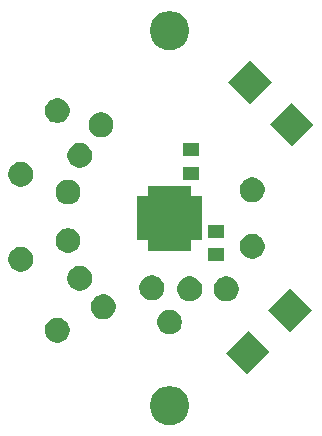
<source format=gts>
G04 #@! TF.GenerationSoftware,KiCad,Pcbnew,(5.1.5)-3*
G04 #@! TF.CreationDate,2020-02-14T12:09:09-03:30*
G04 #@! TF.ProjectId,RPM Sensor,52504d20-5365-46e7-936f-722e6b696361,rev?*
G04 #@! TF.SameCoordinates,Original*
G04 #@! TF.FileFunction,Soldermask,Top*
G04 #@! TF.FilePolarity,Negative*
%FSLAX46Y46*%
G04 Gerber Fmt 4.6, Leading zero omitted, Abs format (unit mm)*
G04 Created by KiCad (PCBNEW (5.1.5)-3) date 2020-02-14 12:09:09*
%MOMM*%
%LPD*%
G04 APERTURE LIST*
%ADD10C,0.100000*%
G04 APERTURE END LIST*
D10*
G36*
X100375256Y-114266298D02*
G01*
X100481579Y-114287447D01*
X100782042Y-114411903D01*
X101052451Y-114592585D01*
X101282415Y-114822549D01*
X101463097Y-115092958D01*
X101587553Y-115393421D01*
X101651000Y-115712391D01*
X101651000Y-116037609D01*
X101587553Y-116356579D01*
X101463097Y-116657042D01*
X101282415Y-116927451D01*
X101052451Y-117157415D01*
X100782042Y-117338097D01*
X100481579Y-117462553D01*
X100375256Y-117483702D01*
X100162611Y-117526000D01*
X99837389Y-117526000D01*
X99624744Y-117483702D01*
X99518421Y-117462553D01*
X99217958Y-117338097D01*
X98947549Y-117157415D01*
X98717585Y-116927451D01*
X98536903Y-116657042D01*
X98412447Y-116356579D01*
X98349000Y-116037609D01*
X98349000Y-115712391D01*
X98412447Y-115393421D01*
X98536903Y-115092958D01*
X98717585Y-114822549D01*
X98947549Y-114592585D01*
X99217958Y-114411903D01*
X99518421Y-114287447D01*
X99624744Y-114266298D01*
X99837389Y-114224000D01*
X100162611Y-114224000D01*
X100375256Y-114266298D01*
G37*
G36*
X108472125Y-111367767D02*
G01*
X106596877Y-113243015D01*
X104756985Y-111403123D01*
X106632233Y-109527875D01*
X108472125Y-111367767D01*
G37*
G36*
X90806564Y-108489389D02*
G01*
X90997833Y-108568615D01*
X90997835Y-108568616D01*
X91169973Y-108683635D01*
X91316365Y-108830027D01*
X91431385Y-109002167D01*
X91510611Y-109193436D01*
X91551000Y-109396484D01*
X91551000Y-109603516D01*
X91510611Y-109806564D01*
X91492205Y-109851000D01*
X91431384Y-109997835D01*
X91316365Y-110169973D01*
X91169973Y-110316365D01*
X90997835Y-110431384D01*
X90997834Y-110431385D01*
X90997833Y-110431385D01*
X90806564Y-110510611D01*
X90603516Y-110551000D01*
X90396484Y-110551000D01*
X90193436Y-110510611D01*
X90002167Y-110431385D01*
X90002166Y-110431385D01*
X90002165Y-110431384D01*
X89830027Y-110316365D01*
X89683635Y-110169973D01*
X89568616Y-109997835D01*
X89507795Y-109851000D01*
X89489389Y-109806564D01*
X89449000Y-109603516D01*
X89449000Y-109396484D01*
X89489389Y-109193436D01*
X89568615Y-109002167D01*
X89683635Y-108830027D01*
X89830027Y-108683635D01*
X90002165Y-108568616D01*
X90002167Y-108568615D01*
X90193436Y-108489389D01*
X90396484Y-108449000D01*
X90603516Y-108449000D01*
X90806564Y-108489389D01*
G37*
G36*
X100306564Y-107789389D02*
G01*
X100497833Y-107868615D01*
X100497835Y-107868616D01*
X100669973Y-107983635D01*
X100816365Y-108130027D01*
X100931385Y-108302167D01*
X101010611Y-108493436D01*
X101051000Y-108696484D01*
X101051000Y-108903516D01*
X101010611Y-109106564D01*
X100931385Y-109297833D01*
X100931384Y-109297835D01*
X100816365Y-109469973D01*
X100669973Y-109616365D01*
X100497835Y-109731384D01*
X100497834Y-109731385D01*
X100497833Y-109731385D01*
X100306564Y-109810611D01*
X100103516Y-109851000D01*
X99896484Y-109851000D01*
X99693436Y-109810611D01*
X99502167Y-109731385D01*
X99502166Y-109731385D01*
X99502165Y-109731384D01*
X99330027Y-109616365D01*
X99183635Y-109469973D01*
X99068616Y-109297835D01*
X99068615Y-109297833D01*
X98989389Y-109106564D01*
X98949000Y-108903516D01*
X98949000Y-108696484D01*
X98989389Y-108493436D01*
X99068615Y-108302167D01*
X99183635Y-108130027D01*
X99330027Y-107983635D01*
X99502165Y-107868616D01*
X99502167Y-107868615D01*
X99693436Y-107789389D01*
X99896484Y-107749000D01*
X100103516Y-107749000D01*
X100306564Y-107789389D01*
G37*
G36*
X112043015Y-107796877D02*
G01*
X110167767Y-109672125D01*
X108327875Y-107832233D01*
X110203123Y-105956985D01*
X112043015Y-107796877D01*
G37*
G36*
X94706564Y-106489389D02*
G01*
X94897833Y-106568615D01*
X94897835Y-106568616D01*
X95069973Y-106683635D01*
X95216365Y-106830027D01*
X95297197Y-106951000D01*
X95331385Y-107002167D01*
X95410611Y-107193436D01*
X95451000Y-107396484D01*
X95451000Y-107603516D01*
X95410611Y-107806564D01*
X95384908Y-107868616D01*
X95331384Y-107997835D01*
X95216365Y-108169973D01*
X95069973Y-108316365D01*
X94897835Y-108431384D01*
X94897834Y-108431385D01*
X94897833Y-108431385D01*
X94706564Y-108510611D01*
X94503516Y-108551000D01*
X94296484Y-108551000D01*
X94093436Y-108510611D01*
X93902167Y-108431385D01*
X93902166Y-108431385D01*
X93902165Y-108431384D01*
X93730027Y-108316365D01*
X93583635Y-108169973D01*
X93468616Y-107997835D01*
X93415092Y-107868616D01*
X93389389Y-107806564D01*
X93349000Y-107603516D01*
X93349000Y-107396484D01*
X93389389Y-107193436D01*
X93468615Y-107002167D01*
X93502804Y-106951000D01*
X93583635Y-106830027D01*
X93730027Y-106683635D01*
X93902165Y-106568616D01*
X93902167Y-106568615D01*
X94093436Y-106489389D01*
X94296484Y-106449000D01*
X94503516Y-106449000D01*
X94706564Y-106489389D01*
G37*
G36*
X105106564Y-104989389D02*
G01*
X105297833Y-105068615D01*
X105297835Y-105068616D01*
X105469973Y-105183635D01*
X105616365Y-105330027D01*
X105731385Y-105502167D01*
X105810611Y-105693436D01*
X105851000Y-105896484D01*
X105851000Y-106103516D01*
X105810611Y-106306564D01*
X105734882Y-106489390D01*
X105731384Y-106497835D01*
X105616365Y-106669973D01*
X105469973Y-106816365D01*
X105297835Y-106931384D01*
X105297834Y-106931385D01*
X105297833Y-106931385D01*
X105106564Y-107010611D01*
X104903516Y-107051000D01*
X104696484Y-107051000D01*
X104493436Y-107010611D01*
X104302167Y-106931385D01*
X104302166Y-106931385D01*
X104302165Y-106931384D01*
X104130027Y-106816365D01*
X103983635Y-106669973D01*
X103868616Y-106497835D01*
X103865118Y-106489390D01*
X103789389Y-106306564D01*
X103749000Y-106103516D01*
X103749000Y-105896484D01*
X103789389Y-105693436D01*
X103868615Y-105502167D01*
X103983635Y-105330027D01*
X104130027Y-105183635D01*
X104302165Y-105068616D01*
X104302167Y-105068615D01*
X104493436Y-104989389D01*
X104696484Y-104949000D01*
X104903516Y-104949000D01*
X105106564Y-104989389D01*
G37*
G36*
X102006564Y-104989389D02*
G01*
X102197833Y-105068615D01*
X102197835Y-105068616D01*
X102369973Y-105183635D01*
X102516365Y-105330027D01*
X102631385Y-105502167D01*
X102710611Y-105693436D01*
X102751000Y-105896484D01*
X102751000Y-106103516D01*
X102710611Y-106306564D01*
X102634882Y-106489390D01*
X102631384Y-106497835D01*
X102516365Y-106669973D01*
X102369973Y-106816365D01*
X102197835Y-106931384D01*
X102197834Y-106931385D01*
X102197833Y-106931385D01*
X102006564Y-107010611D01*
X101803516Y-107051000D01*
X101596484Y-107051000D01*
X101393436Y-107010611D01*
X101202167Y-106931385D01*
X101202166Y-106931385D01*
X101202165Y-106931384D01*
X101030027Y-106816365D01*
X100883635Y-106669973D01*
X100768616Y-106497835D01*
X100765118Y-106489390D01*
X100689389Y-106306564D01*
X100649000Y-106103516D01*
X100649000Y-105896484D01*
X100689389Y-105693436D01*
X100768615Y-105502167D01*
X100883635Y-105330027D01*
X101030027Y-105183635D01*
X101202165Y-105068616D01*
X101202167Y-105068615D01*
X101393436Y-104989389D01*
X101596484Y-104949000D01*
X101803516Y-104949000D01*
X102006564Y-104989389D01*
G37*
G36*
X98806564Y-104889389D02*
G01*
X98997833Y-104968615D01*
X98997835Y-104968616D01*
X99028924Y-104989389D01*
X99169973Y-105083635D01*
X99316365Y-105230027D01*
X99431385Y-105402167D01*
X99510611Y-105593436D01*
X99551000Y-105796484D01*
X99551000Y-106003516D01*
X99510611Y-106206564D01*
X99469189Y-106306565D01*
X99431384Y-106397835D01*
X99316365Y-106569973D01*
X99169973Y-106716365D01*
X98997835Y-106831384D01*
X98997834Y-106831385D01*
X98997833Y-106831385D01*
X98806564Y-106910611D01*
X98603516Y-106951000D01*
X98396484Y-106951000D01*
X98193436Y-106910611D01*
X98002167Y-106831385D01*
X98002166Y-106831385D01*
X98002165Y-106831384D01*
X97830027Y-106716365D01*
X97683635Y-106569973D01*
X97568616Y-106397835D01*
X97530811Y-106306565D01*
X97489389Y-106206564D01*
X97449000Y-106003516D01*
X97449000Y-105796484D01*
X97489389Y-105593436D01*
X97568615Y-105402167D01*
X97683635Y-105230027D01*
X97830027Y-105083635D01*
X97971076Y-104989389D01*
X98002165Y-104968616D01*
X98002167Y-104968615D01*
X98193436Y-104889389D01*
X98396484Y-104849000D01*
X98603516Y-104849000D01*
X98806564Y-104889389D01*
G37*
G36*
X92706564Y-104089389D02*
G01*
X92897833Y-104168615D01*
X92897835Y-104168616D01*
X93069973Y-104283635D01*
X93216365Y-104430027D01*
X93297197Y-104551000D01*
X93331385Y-104602167D01*
X93410611Y-104793436D01*
X93451000Y-104996484D01*
X93451000Y-105203516D01*
X93410611Y-105406564D01*
X93371011Y-105502167D01*
X93331384Y-105597835D01*
X93216365Y-105769973D01*
X93069973Y-105916365D01*
X92897835Y-106031384D01*
X92897834Y-106031385D01*
X92897833Y-106031385D01*
X92706564Y-106110611D01*
X92503516Y-106151000D01*
X92296484Y-106151000D01*
X92093436Y-106110611D01*
X91902167Y-106031385D01*
X91902166Y-106031385D01*
X91902165Y-106031384D01*
X91730027Y-105916365D01*
X91583635Y-105769973D01*
X91468616Y-105597835D01*
X91428989Y-105502167D01*
X91389389Y-105406564D01*
X91349000Y-105203516D01*
X91349000Y-104996484D01*
X91389389Y-104793436D01*
X91468615Y-104602167D01*
X91502804Y-104551000D01*
X91583635Y-104430027D01*
X91730027Y-104283635D01*
X91902165Y-104168616D01*
X91902167Y-104168615D01*
X92093436Y-104089389D01*
X92296484Y-104049000D01*
X92503516Y-104049000D01*
X92706564Y-104089389D01*
G37*
G36*
X87706564Y-102489389D02*
G01*
X87897833Y-102568615D01*
X87897835Y-102568616D01*
X88069973Y-102683635D01*
X88216365Y-102830027D01*
X88297197Y-102951000D01*
X88331385Y-103002167D01*
X88410611Y-103193436D01*
X88451000Y-103396484D01*
X88451000Y-103603516D01*
X88410611Y-103806564D01*
X88331385Y-103997833D01*
X88331384Y-103997835D01*
X88216365Y-104169973D01*
X88069973Y-104316365D01*
X87897835Y-104431384D01*
X87897834Y-104431385D01*
X87897833Y-104431385D01*
X87706564Y-104510611D01*
X87503516Y-104551000D01*
X87296484Y-104551000D01*
X87093436Y-104510611D01*
X86902167Y-104431385D01*
X86902166Y-104431385D01*
X86902165Y-104431384D01*
X86730027Y-104316365D01*
X86583635Y-104169973D01*
X86468616Y-103997835D01*
X86468615Y-103997833D01*
X86389389Y-103806564D01*
X86349000Y-103603516D01*
X86349000Y-103396484D01*
X86389389Y-103193436D01*
X86468615Y-103002167D01*
X86502804Y-102951000D01*
X86583635Y-102830027D01*
X86730027Y-102683635D01*
X86902165Y-102568616D01*
X86902167Y-102568615D01*
X87093436Y-102489389D01*
X87296484Y-102449000D01*
X87503516Y-102449000D01*
X87706564Y-102489389D01*
G37*
G36*
X104576000Y-103651000D02*
G01*
X103224000Y-103651000D01*
X103224000Y-102549000D01*
X104576000Y-102549000D01*
X104576000Y-103651000D01*
G37*
G36*
X107306564Y-101389389D02*
G01*
X107497833Y-101468615D01*
X107497835Y-101468616D01*
X107669973Y-101583635D01*
X107816365Y-101730027D01*
X107860772Y-101796486D01*
X107931385Y-101902167D01*
X108010611Y-102093436D01*
X108051000Y-102296484D01*
X108051000Y-102503516D01*
X108010611Y-102706564D01*
X107931385Y-102897833D01*
X107931384Y-102897835D01*
X107816365Y-103069973D01*
X107669973Y-103216365D01*
X107497835Y-103331384D01*
X107497834Y-103331385D01*
X107497833Y-103331385D01*
X107306564Y-103410611D01*
X107103516Y-103451000D01*
X106896484Y-103451000D01*
X106693436Y-103410611D01*
X106502167Y-103331385D01*
X106502166Y-103331385D01*
X106502165Y-103331384D01*
X106330027Y-103216365D01*
X106183635Y-103069973D01*
X106068616Y-102897835D01*
X106068615Y-102897833D01*
X105989389Y-102706564D01*
X105949000Y-102503516D01*
X105949000Y-102296484D01*
X105989389Y-102093436D01*
X106068615Y-101902167D01*
X106139229Y-101796486D01*
X106183635Y-101730027D01*
X106330027Y-101583635D01*
X106502165Y-101468616D01*
X106502167Y-101468615D01*
X106693436Y-101389389D01*
X106896484Y-101349000D01*
X107103516Y-101349000D01*
X107306564Y-101389389D01*
G37*
G36*
X91706564Y-100889389D02*
G01*
X91897833Y-100968615D01*
X91897835Y-100968616D01*
X92069973Y-101083635D01*
X92216365Y-101230027D01*
X92331385Y-101402167D01*
X92410611Y-101593436D01*
X92451000Y-101796484D01*
X92451000Y-102003516D01*
X92410611Y-102206564D01*
X92373365Y-102296484D01*
X92331384Y-102397835D01*
X92216365Y-102569973D01*
X92069973Y-102716365D01*
X91897835Y-102831384D01*
X91897834Y-102831385D01*
X91897833Y-102831385D01*
X91706564Y-102910611D01*
X91503516Y-102951000D01*
X91296484Y-102951000D01*
X91093436Y-102910611D01*
X90902167Y-102831385D01*
X90902166Y-102831385D01*
X90902165Y-102831384D01*
X90730027Y-102716365D01*
X90583635Y-102569973D01*
X90468616Y-102397835D01*
X90426635Y-102296484D01*
X90389389Y-102206564D01*
X90349000Y-102003516D01*
X90349000Y-101796484D01*
X90389389Y-101593436D01*
X90468615Y-101402167D01*
X90583635Y-101230027D01*
X90730027Y-101083635D01*
X90902165Y-100968616D01*
X90902167Y-100968615D01*
X91093436Y-100889389D01*
X91296484Y-100849000D01*
X91503516Y-100849000D01*
X91706564Y-100889389D01*
G37*
G36*
X101826000Y-98049001D02*
G01*
X101828402Y-98073387D01*
X101835515Y-98096836D01*
X101847066Y-98118447D01*
X101862611Y-98137389D01*
X101881553Y-98152934D01*
X101903164Y-98164485D01*
X101926613Y-98171598D01*
X101950999Y-98174000D01*
X102751000Y-98174000D01*
X102751000Y-101826000D01*
X101950999Y-101826000D01*
X101926613Y-101828402D01*
X101903164Y-101835515D01*
X101881553Y-101847066D01*
X101862611Y-101862611D01*
X101847066Y-101881553D01*
X101835515Y-101903164D01*
X101828402Y-101926613D01*
X101826000Y-101950999D01*
X101826000Y-102751000D01*
X98174000Y-102751000D01*
X98174000Y-101950999D01*
X98171598Y-101926613D01*
X98164485Y-101903164D01*
X98152934Y-101881553D01*
X98137389Y-101862611D01*
X98118447Y-101847066D01*
X98096836Y-101835515D01*
X98073387Y-101828402D01*
X98049001Y-101826000D01*
X97249000Y-101826000D01*
X97249000Y-98174000D01*
X98049001Y-98174000D01*
X98073387Y-98171598D01*
X98096836Y-98164485D01*
X98118447Y-98152934D01*
X98137389Y-98137389D01*
X98152934Y-98118447D01*
X98164485Y-98096836D01*
X98171598Y-98073387D01*
X98174000Y-98049001D01*
X98174000Y-97249000D01*
X101826000Y-97249000D01*
X101826000Y-98049001D01*
G37*
G36*
X104576000Y-101651000D02*
G01*
X103224000Y-101651000D01*
X103224000Y-100549000D01*
X104576000Y-100549000D01*
X104576000Y-101651000D01*
G37*
G36*
X91706564Y-96789389D02*
G01*
X91897833Y-96868615D01*
X91897835Y-96868616D01*
X92069973Y-96983635D01*
X92216365Y-97130027D01*
X92325551Y-97293435D01*
X92331385Y-97302167D01*
X92410611Y-97493436D01*
X92451000Y-97696484D01*
X92451000Y-97903516D01*
X92410611Y-98106564D01*
X92386619Y-98164485D01*
X92331384Y-98297835D01*
X92216365Y-98469973D01*
X92069973Y-98616365D01*
X91897835Y-98731384D01*
X91897834Y-98731385D01*
X91897833Y-98731385D01*
X91706564Y-98810611D01*
X91503516Y-98851000D01*
X91296484Y-98851000D01*
X91093436Y-98810611D01*
X90902167Y-98731385D01*
X90902166Y-98731385D01*
X90902165Y-98731384D01*
X90730027Y-98616365D01*
X90583635Y-98469973D01*
X90468616Y-98297835D01*
X90413381Y-98164485D01*
X90389389Y-98106564D01*
X90349000Y-97903516D01*
X90349000Y-97696484D01*
X90389389Y-97493436D01*
X90468615Y-97302167D01*
X90474450Y-97293435D01*
X90583635Y-97130027D01*
X90730027Y-96983635D01*
X90902165Y-96868616D01*
X90902167Y-96868615D01*
X91093436Y-96789389D01*
X91296484Y-96749000D01*
X91503516Y-96749000D01*
X91706564Y-96789389D01*
G37*
G36*
X107306564Y-96589389D02*
G01*
X107497833Y-96668615D01*
X107497835Y-96668616D01*
X107618138Y-96749000D01*
X107669973Y-96783635D01*
X107816365Y-96930027D01*
X107931385Y-97102167D01*
X108010611Y-97293436D01*
X108051000Y-97496484D01*
X108051000Y-97703516D01*
X108010611Y-97906564D01*
X107951612Y-98049001D01*
X107931384Y-98097835D01*
X107816365Y-98269973D01*
X107669973Y-98416365D01*
X107497835Y-98531384D01*
X107497834Y-98531385D01*
X107497833Y-98531385D01*
X107306564Y-98610611D01*
X107103516Y-98651000D01*
X106896484Y-98651000D01*
X106693436Y-98610611D01*
X106502167Y-98531385D01*
X106502166Y-98531385D01*
X106502165Y-98531384D01*
X106330027Y-98416365D01*
X106183635Y-98269973D01*
X106068616Y-98097835D01*
X106048388Y-98049001D01*
X105989389Y-97906564D01*
X105949000Y-97703516D01*
X105949000Y-97496484D01*
X105989389Y-97293436D01*
X106068615Y-97102167D01*
X106183635Y-96930027D01*
X106330027Y-96783635D01*
X106381862Y-96749000D01*
X106502165Y-96668616D01*
X106502167Y-96668615D01*
X106693436Y-96589389D01*
X106896484Y-96549000D01*
X107103516Y-96549000D01*
X107306564Y-96589389D01*
G37*
G36*
X87706564Y-95289389D02*
G01*
X87897833Y-95368615D01*
X87897835Y-95368616D01*
X88069973Y-95483635D01*
X88216365Y-95630027D01*
X88297197Y-95751000D01*
X88331385Y-95802167D01*
X88410611Y-95993436D01*
X88451000Y-96196484D01*
X88451000Y-96403516D01*
X88410611Y-96606564D01*
X88334882Y-96789390D01*
X88331384Y-96797835D01*
X88216365Y-96969973D01*
X88069973Y-97116365D01*
X87897835Y-97231384D01*
X87897834Y-97231385D01*
X87897833Y-97231385D01*
X87706564Y-97310611D01*
X87503516Y-97351000D01*
X87296484Y-97351000D01*
X87093436Y-97310611D01*
X86902167Y-97231385D01*
X86902166Y-97231385D01*
X86902165Y-97231384D01*
X86730027Y-97116365D01*
X86583635Y-96969973D01*
X86468616Y-96797835D01*
X86465118Y-96789390D01*
X86389389Y-96606564D01*
X86349000Y-96403516D01*
X86349000Y-96196484D01*
X86389389Y-95993436D01*
X86468615Y-95802167D01*
X86502804Y-95751000D01*
X86583635Y-95630027D01*
X86730027Y-95483635D01*
X86902165Y-95368616D01*
X86902167Y-95368615D01*
X87093436Y-95289389D01*
X87296484Y-95249000D01*
X87503516Y-95249000D01*
X87706564Y-95289389D01*
G37*
G36*
X102476000Y-96751000D02*
G01*
X101124000Y-96751000D01*
X101124000Y-95649000D01*
X102476000Y-95649000D01*
X102476000Y-96751000D01*
G37*
G36*
X92706564Y-93689389D02*
G01*
X92897833Y-93768615D01*
X92897835Y-93768616D01*
X93069973Y-93883635D01*
X93216365Y-94030027D01*
X93331385Y-94202167D01*
X93410611Y-94393436D01*
X93451000Y-94596484D01*
X93451000Y-94803516D01*
X93410611Y-95006564D01*
X93331385Y-95197833D01*
X93331384Y-95197835D01*
X93216365Y-95369973D01*
X93069973Y-95516365D01*
X92897835Y-95631384D01*
X92897834Y-95631385D01*
X92897833Y-95631385D01*
X92706564Y-95710611D01*
X92503516Y-95751000D01*
X92296484Y-95751000D01*
X92093436Y-95710611D01*
X91902167Y-95631385D01*
X91902166Y-95631385D01*
X91902165Y-95631384D01*
X91730027Y-95516365D01*
X91583635Y-95369973D01*
X91468616Y-95197835D01*
X91468615Y-95197833D01*
X91389389Y-95006564D01*
X91349000Y-94803516D01*
X91349000Y-94596484D01*
X91389389Y-94393436D01*
X91468615Y-94202167D01*
X91583635Y-94030027D01*
X91730027Y-93883635D01*
X91902165Y-93768616D01*
X91902167Y-93768615D01*
X92093436Y-93689389D01*
X92296484Y-93649000D01*
X92503516Y-93649000D01*
X92706564Y-93689389D01*
G37*
G36*
X102476000Y-94751000D02*
G01*
X101124000Y-94751000D01*
X101124000Y-93649000D01*
X102476000Y-93649000D01*
X102476000Y-94751000D01*
G37*
G36*
X112243015Y-92103123D02*
G01*
X110403123Y-93943015D01*
X108527875Y-92067767D01*
X110367767Y-90227875D01*
X112243015Y-92103123D01*
G37*
G36*
X94506564Y-91089389D02*
G01*
X94697833Y-91168615D01*
X94697835Y-91168616D01*
X94869973Y-91283635D01*
X95016365Y-91430027D01*
X95131385Y-91602167D01*
X95210611Y-91793436D01*
X95251000Y-91996484D01*
X95251000Y-92203516D01*
X95210611Y-92406564D01*
X95131385Y-92597833D01*
X95131384Y-92597835D01*
X95016365Y-92769973D01*
X94869973Y-92916365D01*
X94697835Y-93031384D01*
X94697834Y-93031385D01*
X94697833Y-93031385D01*
X94506564Y-93110611D01*
X94303516Y-93151000D01*
X94096484Y-93151000D01*
X93893436Y-93110611D01*
X93702167Y-93031385D01*
X93702166Y-93031385D01*
X93702165Y-93031384D01*
X93530027Y-92916365D01*
X93383635Y-92769973D01*
X93268616Y-92597835D01*
X93268615Y-92597833D01*
X93189389Y-92406564D01*
X93149000Y-92203516D01*
X93149000Y-91996484D01*
X93189389Y-91793436D01*
X93268615Y-91602167D01*
X93383635Y-91430027D01*
X93530027Y-91283635D01*
X93702165Y-91168616D01*
X93702167Y-91168615D01*
X93893436Y-91089389D01*
X94096484Y-91049000D01*
X94303516Y-91049000D01*
X94506564Y-91089389D01*
G37*
G36*
X90806564Y-89889389D02*
G01*
X90997833Y-89968615D01*
X90997835Y-89968616D01*
X91169973Y-90083635D01*
X91316365Y-90230027D01*
X91431385Y-90402167D01*
X91510611Y-90593436D01*
X91551000Y-90796484D01*
X91551000Y-91003516D01*
X91510611Y-91206564D01*
X91478687Y-91283635D01*
X91431384Y-91397835D01*
X91316365Y-91569973D01*
X91169973Y-91716365D01*
X90997835Y-91831384D01*
X90997834Y-91831385D01*
X90997833Y-91831385D01*
X90806564Y-91910611D01*
X90603516Y-91951000D01*
X90396484Y-91951000D01*
X90193436Y-91910611D01*
X90002167Y-91831385D01*
X90002166Y-91831385D01*
X90002165Y-91831384D01*
X89830027Y-91716365D01*
X89683635Y-91569973D01*
X89568616Y-91397835D01*
X89521313Y-91283635D01*
X89489389Y-91206564D01*
X89449000Y-91003516D01*
X89449000Y-90796484D01*
X89489389Y-90593436D01*
X89568615Y-90402167D01*
X89683635Y-90230027D01*
X89830027Y-90083635D01*
X90002165Y-89968616D01*
X90002167Y-89968615D01*
X90193436Y-89889389D01*
X90396484Y-89849000D01*
X90603516Y-89849000D01*
X90806564Y-89889389D01*
G37*
G36*
X108672125Y-88532233D02*
G01*
X106832233Y-90372125D01*
X104956985Y-88496877D01*
X106796877Y-86656985D01*
X108672125Y-88532233D01*
G37*
G36*
X100375256Y-82516298D02*
G01*
X100481579Y-82537447D01*
X100782042Y-82661903D01*
X101052451Y-82842585D01*
X101282415Y-83072549D01*
X101463097Y-83342958D01*
X101587553Y-83643421D01*
X101651000Y-83962391D01*
X101651000Y-84287609D01*
X101587553Y-84606579D01*
X101463097Y-84907042D01*
X101282415Y-85177451D01*
X101052451Y-85407415D01*
X100782042Y-85588097D01*
X100481579Y-85712553D01*
X100375256Y-85733702D01*
X100162611Y-85776000D01*
X99837389Y-85776000D01*
X99624744Y-85733702D01*
X99518421Y-85712553D01*
X99217958Y-85588097D01*
X98947549Y-85407415D01*
X98717585Y-85177451D01*
X98536903Y-84907042D01*
X98412447Y-84606579D01*
X98349000Y-84287609D01*
X98349000Y-83962391D01*
X98412447Y-83643421D01*
X98536903Y-83342958D01*
X98717585Y-83072549D01*
X98947549Y-82842585D01*
X99217958Y-82661903D01*
X99518421Y-82537447D01*
X99624744Y-82516298D01*
X99837389Y-82474000D01*
X100162611Y-82474000D01*
X100375256Y-82516298D01*
G37*
M02*

</source>
